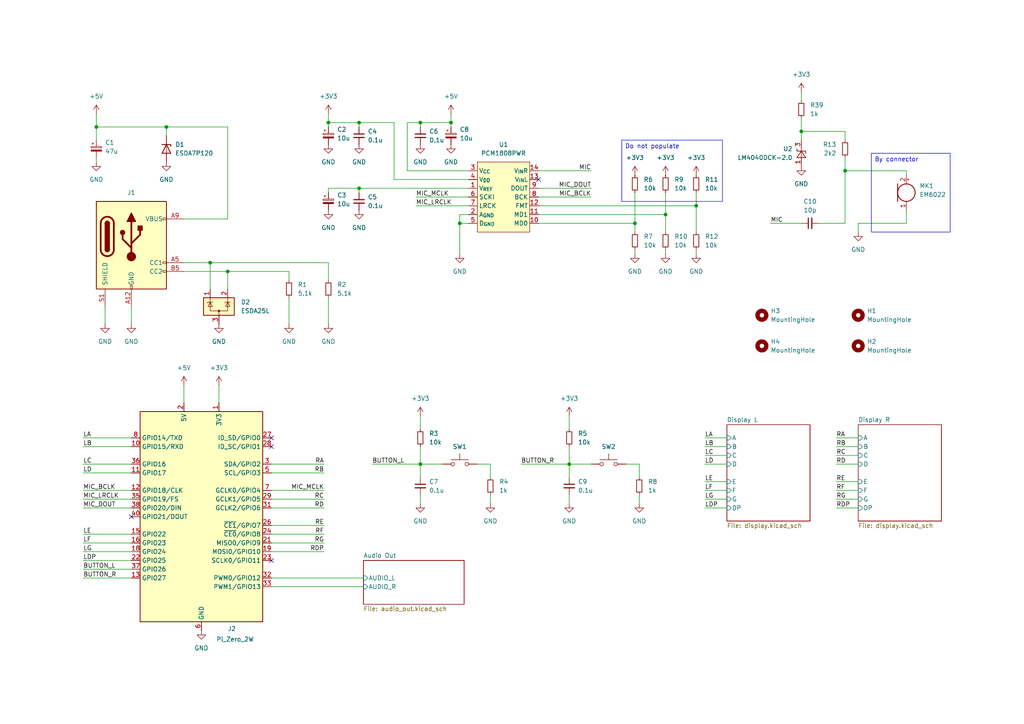
<source format=kicad_sch>
(kicad_sch (version 20250114) (generator "eeschema") (generator_version "9.0")
  (paper "A4")
  (title_block (title "Hotline") (date "2025-02-26") (rev "1"))
  (lib_symbols
    (symbol "Connector:USB_C_Receptacle_PowerOnly_24P" (pin_names (offset 1.016))
      (property "Reference" "J" (at 0 16.51 0))
      (property "Value" "USB_C_Receptacle_PowerOnly_24P" (at 0 13.97 0))
      (symbol "USB_C_Receptacle_PowerOnly_24P_0_0"
        (rectangle (start -0.254 -12.7) (end 0.254 -11.684))
        (rectangle (start 10.16 7.874) (end 9.144 7.366))
        (rectangle (start 10.16 -4.826) (end 9.144 -5.334))
        (rectangle (start 10.16 -7.366) (end 9.144 -7.874))
      )
      (symbol "USB_C_Receptacle_PowerOnly_24P_0_1"
        (rectangle (start -10.16 12.7) (end 10.16 -12.7) (stroke (width 0.254)) (fill (type background)))
        (polyline (pts (xy -8.89 -1.27) (xy -8.89 6.35)) (stroke (width 0.508)))
        (rectangle (start -7.62 -1.27) (end -6.35 6.35) (stroke (width 0.254)) (fill (type outline)))
        (arc (start -7.62 6.35) (mid -6.985 6.9823) (end -6.35 6.35) (stroke (width 0.254)))
        (arc (start -7.62 6.35) (mid -6.985 6.9823) (end -6.35 6.35) (stroke (width 0.254)) (fill (type outline)))
        (arc (start -8.89 6.35) (mid -6.985 8.2467) (end -5.08 6.35) (stroke (width 0.508)))
        (arc (start -5.08 -1.27) (mid -6.985 -3.1667) (end -8.89 -1.27) (stroke (width 0.508)))
        (arc (start -6.35 -1.27) (mid -6.985 -1.9023) (end -7.62 -1.27) (stroke (width 0.254)))
        (arc (start -6.35 -1.27) (mid -6.985 -1.9023) (end -7.62 -1.27) (stroke (width 0.254)) (fill (type outline)))
        (polyline (pts (xy -5.08 6.35) (xy -5.08 -1.27)) (stroke (width 0.508)))
        (circle (center -2.54 3.683) (radius 0.635) (stroke (width 0.254)) (fill (type outline)))
        (polyline (pts (xy -1.27 6.858) (xy 0 9.398) (xy 1.27 6.858) (xy -1.27 6.858)) (stroke (width 0.254)) (fill (type outline)))
        (polyline (pts (xy 0 0.508) (xy 2.54 3.048) (xy 2.54 4.318)) (stroke (width 0.508)))
        (polyline (pts (xy 0 -0.762) (xy -2.54 1.778) (xy -2.54 3.048)) (stroke (width 0.508)))
        (polyline (pts (xy 0 -3.302) (xy 0 6.858)) (stroke (width 0.508)))
        (circle (center 0 -3.302) (radius 1.27) (fill (type outline)))
        (rectangle (start 1.905 4.318) (end 3.175 5.588) (stroke (width 0.254)) (fill (type outline)))
      )
      (symbol "USB_C_Receptacle_PowerOnly_24P_1_1"
        (pin passive line (at -7.62 -17.78 90) (length 5.08) (name "SHIELD") (number "S1"))
        (pin passive line (at 0 -17.78 90) (length 5.08) (hide yes) (name "GND") (number "A1"))
        (pin power_in line (at 0 -17.78 90) (length 5.08) (name "GND") (number "A12"))
        (pin passive line (at 0 -17.78 90) (length 5.08) (hide yes) (name "GND") (number "B1"))
        (pin passive line (at 0 -17.78 90) (length 5.08) (hide yes) (name "GND") (number "B12"))
        (pin passive line (at 15.24 7.62 180) (length 5.08) (hide yes) (name "VBUS") (number "A4"))
        (pin power_in line (at 15.24 7.62 180) (length 5.08) (name "VBUS") (number "A9"))
        (pin passive line (at 15.24 7.62 180) (length 5.08) (hide yes) (name "VBUS") (number "B4"))
        (pin passive line (at 15.24 7.62 180) (length 5.08) (hide yes) (name "VBUS") (number "B9"))
        (pin bidirectional line (at 15.24 -5.08 180) (length 5.08) (name "CC1") (number "A5"))
        (pin bidirectional line (at 15.24 -7.62 180) (length 5.08) (name "CC2") (number "B5"))
      )
    )
    (symbol "Device:C_Polarized_Small" (pin_numbers (hide yes)) (pin_names (offset 0.254) (hide yes))
      (property "Reference" "C" (at 0.254 1.778 0))
      (property "Value" "C_Polarized_Small" (at 0.254 -2.032 0))
      (symbol "C_Polarized_Small_0_1"
        (rectangle (start -1.524 0.6858) (end 1.524 0.3048))
        (rectangle (start -1.524 -0.3048) (end 1.524 -0.6858) (fill (type outline)))
        (polyline (pts (xy -1.27 1.524) (xy -0.762 1.524)))
        (polyline (pts (xy -1.016 1.27) (xy -1.016 1.778)))
      )
      (symbol "C_Polarized_Small_1_1"
        (pin passive line (at 0 2.54 270) (length 1.8542) (name "~") (number "1"))
        (pin passive line (at 0 -2.54 90) (length 1.8542) (name "~") (number "2"))
      )
    )
    (symbol "Device:C_Small" (pin_numbers (hide yes)) (pin_names (offset 0.254) (hide yes))
      (property "Reference" "C" (at 0.254 1.778 0))
      (property "Value" "C_Small" (at 0.254 -2.032 0))
      (symbol "C_Small_0_1"
        (polyline (pts (xy -1.524 0.508) (xy 1.524 0.508)) (stroke (width 0.3048)))
        (polyline (pts (xy -1.524 -0.508) (xy 1.524 -0.508)) (stroke (width 0.3302)))
      )
      (symbol "C_Small_1_1"
        (pin passive line (at 0 2.54 270) (length 2.032) (name "~") (number "1"))
        (pin passive line (at 0 -2.54 90) (length 2.032) (name "~") (number "2"))
      )
    )
    (symbol "Device:D_Zener" (pin_numbers (hide yes)) (pin_names (offset 1.016) (hide yes))
      (property "Reference" "D" (at 0 2.54 0))
      (property "Value" "D_Zener" (at 0 -2.54 0))
      (symbol "D_Zener_0_1"
        (polyline (pts (xy -1.27 -1.27) (xy -1.27 1.27) (xy -0.762 1.27)) (stroke (width 0.254)))
        (polyline (pts (xy 1.27 0) (xy -1.27 0)))
        (polyline (pts (xy 1.27 -1.27) (xy 1.27 1.27) (xy -1.27 0) (xy 1.27 -1.27)) (stroke (width 0.254)))
      )
      (symbol "D_Zener_1_1"
        (pin passive line (at -3.81 0 0) (length 2.54) (name "K") (number "1"))
        (pin passive line (at 3.81 0 180) (length 2.54) (name "A") (number "2"))
      )
    )
    (symbol "Device:Microphone" (pin_names (offset 0.0254) (hide yes))
      (property "Reference" "MK" (at -3.81 1.27 0))
      (property "Value" "Microphone" (at -3.81 -0.635 0))
      (symbol "Microphone_0_1"
        (polyline (pts (xy -2.54 2.54) (xy -2.54 -2.54)) (stroke (width 0.254)))
        (circle (center 0 0) (radius 2.54) (stroke (width 0.254)))
        (polyline (pts (xy 0.254 3.81) (xy 0.762 3.81)))
        (polyline (pts (xy 0.508 4.064) (xy 0.508 3.556)))
      )
      (symbol "Microphone_1_1"
        (pin passive line (at 0 5.08 270) (length 2.54) (name "+") (number "2"))
        (pin passive line (at 0 -5.08 90) (length 2.54) (name "-") (number "1"))
      )
    )
    (symbol "Device:R_Small" (pin_numbers (hide yes)) (pin_names (offset 0.254) (hide yes))
      (property "Reference" "R" (at 0.762 0.508 0))
      (property "Value" "R_Small" (at 0.762 -1.016 0))
      (symbol "R_Small_0_1"
        (rectangle (start -0.762 1.778) (end 0.762 -1.778) (stroke (width 0.2032)))
      )
      (symbol "R_Small_1_1"
        (pin passive line (at 0 2.54 270) (length 0.762) (name "~") (number "1"))
        (pin passive line (at 0 -2.54 90) (length 0.762) (name "~") (number "2"))
      )
    )
    (symbol "Mechanical:MountingHole" (pin_names (offset 1.016)) (exclude_from_sim yes) (in_bom no)
      (property "Reference" "H" (at 0 5.08 0))
      (property "Value" "MountingHole" (at 0 3.175 0))
      (symbol "MountingHole_0_1"
        (circle (center 0 0) (radius 1.27) (stroke (width 1.27)))
      )
    )
    (symbol "Power_Protection:ESDA5V3L" (pin_names (hide yes))
      (property "Reference" "D" (at 5.715 2.54 0))
      (property "Value" "ESDA5V3L" (at 5.715 0.635 0))
      (symbol "ESDA5V3L_0_0"
        (pin passive line (at 0 -5.08 90) (length 2.54) (name "A") (number "3"))
      )
      (symbol "ESDA5V3L_0_1"
        (rectangle (start -4.445 2.54) (end 4.445 -2.54) (stroke (width 0.254)) (fill (type background)))
        (polyline (pts (xy -3.302 1.016) (xy -3.302 1.27) (xy -1.905 1.27) (xy -1.778 1.27)))
        (polyline (pts (xy -2.54 2.54) (xy -2.54 1.27)))
        (polyline (pts (xy -2.54 1.27) (xy -2.54 -1.27) (xy 2.54 -1.27) (xy 2.54 1.27)))
        (polyline (pts (xy -2.54 1.27) (xy -1.905 0) (xy -3.175 0) (xy -2.54 1.27)))
        (polyline (pts (xy 0 -1.27) (xy 0 -2.54)))
        (circle (center 0 -1.27) (radius 0.254) (fill (type outline)))
        (polyline (pts (xy 1.778 1.016) (xy 1.778 1.27) (xy 3.175 1.27) (xy 3.302 1.27)))
        (polyline (pts (xy 2.54 2.54) (xy 2.54 1.27)))
        (polyline (pts (xy 2.54 1.27) (xy 1.905 0) (xy 3.175 0) (xy 2.54 1.27)))
      )
      (symbol "ESDA5V3L_1_1"
        (pin passive line (at -2.54 5.08 270) (length 2.54) (name "K") (number "1"))
        (pin passive line (at 2.54 5.08 270) (length 2.54) (name "K") (number "2"))
      )
    )
    (symbol "Reference_Voltage:LM4040DCK-2.0" (pin_names (offset 0.0254) (hide yes))
      (property "Reference" "U" (at 0 2.54 0))
      (property "Value" "LM4040DCK-2.0" (at 0 -3.175 0))
      (symbol "LM4040DCK-2.0_0_1"
        (polyline (pts (xy -1.27 0) (xy 0 0) (xy 1.27 0)))
        (polyline (pts (xy -1.27 -1.27) (xy 0.635 0) (xy -1.27 1.27) (xy -1.27 -1.27)) (stroke (width 0.2032)))
        (polyline (pts (xy 0 -1.27) (xy 0.635 -1.27) (xy 0.635 1.27) (xy 1.27 1.27)) (stroke (width 0.2032)))
      )
      (symbol "LM4040DCK-2.0_1_1"
        (pin passive line (at -3.81 0 0) (length 2.54) (name "A") (number "1"))
        (pin no_connect line (at -1.27 0 0) (length 2.54) (hide yes) (name "NC") (number "2"))
        (pin no_connect line (at 0 0 0) (length 2.54) (hide yes) (name "NC") (number "4"))
        (pin no_connect line (at 1.27 0 0) (length 2.54) (hide yes) (name "NC") (number "5"))
        (pin passive line (at 3.81 0 180) (length 2.54) (name "K") (number "3"))
      )
    )
    (symbol "Switch:SW_Push" (pin_numbers (hide yes)) (pin_names (offset 1.016) (hide yes))
      (property "Reference" "SW" (at 1.27 2.54 0))
      (property "Value" "SW_Push" (at 0 -1.524 0))
      (symbol "SW_Push_0_1"
        (circle (center -2.032 0) (radius 0.508))
        (polyline (pts (xy 0 1.27) (xy 0 3.048)))
        (circle (center 2.032 0) (radius 0.508))
        (polyline (pts (xy 2.54 1.27) (xy -2.54 1.27)))
        (pin passive line (at -5.08 0 0) (length 2.54) (name "1") (number "1"))
        (pin passive line (at 5.08 0 180) (length 2.54) (name "2") (number "2"))
      )
    )
    (symbol "hotline_symbols:PCM1808PWR"
      (property "Reference" "U" (at -6.096 14.224 0))
      (property "Value" "PCM1808PWR" (at -0.254 11.684 0))
      (symbol "PCM1808PWR_1_1"
        (rectangle (start -7.62 10.16) (end 7.62 -10.16) (fill (type background)))
        (pin passive line (at -10.16 7.62 0) (length 2.54) (name "V_{CC}") (number "3"))
        (pin passive line (at -10.16 5.08 0) (length 2.54) (name "V_{DD}") (number "4"))
        (pin passive line (at -10.16 2.54 0) (length 2.54) (name "V_{REF}") (number "1"))
        (pin passive line (at -10.16 0 0) (length 2.54) (name "SCKI") (number "6"))
        (pin passive line (at -10.16 -2.54 0) (length 2.54) (name "LRCK") (number "7"))
        (pin passive line (at -10.16 -5.08 0) (length 2.54) (name "A_{GND}") (number "2"))
        (pin passive line (at -10.16 -7.62 0) (length 2.54) (name "D_{GND}") (number "5"))
        (pin passive line (at 10.16 7.62 180) (length 2.54) (name "V_{IN}R") (number "14"))
        (pin passive line (at 10.16 5.08 180) (length 2.54) (name "V_{IN}L") (number "13"))
        (pin passive line (at 10.16 2.54 180) (length 2.54) (name "DOUT") (number "9"))
        (pin passive line (at 10.16 0 180) (length 2.54) (name "BCK") (number "8"))
        (pin passive line (at 10.16 -2.54 180) (length 2.54) (name "FMT") (number "12"))
        (pin passive line (at 10.16 -5.08 180) (length 2.54) (name "MD1") (number "11"))
        (pin passive line (at 10.16 -7.62 180) (length 2.54) (name "MD0") (number "10"))
      )
    )
    (symbol "hotline_symbols:Pi_Zero_2W"
      (property "Reference" "J" (at -17.78 31.75 0))
      (property "Value" "Pi_Zero_2W" (at 10.16 -31.75 0))
      (symbol "Pi_Zero_2W_0_1"
        (rectangle (start -17.78 30.48) (end 17.78 -30.48) (stroke (width 0.254)) (fill (type background)))
      )
      (symbol "Pi_Zero_2W_1_1"
        (pin bidirectional line (at -20.32 22.86 0) (length 2.54) (name "GPIO14/TXD") (number "8"))
        (pin bidirectional line (at -20.32 20.32 0) (length 2.54) (name "GPIO15/RXD") (number "10"))
        (pin bidirectional line (at -20.32 15.24 0) (length 2.54) (name "GPIO16") (number "36"))
        (pin bidirectional line (at -20.32 12.7 0) (length 2.54) (name "GPIO17") (number "11"))
        (pin bidirectional line (at -20.32 7.62 0) (length 2.54) (name "GPIO18/CLK") (number "12"))
        (pin bidirectional line (at -20.32 5.08 0) (length 2.54) (name "GPIO19/FS") (number "35"))
        (pin bidirectional line (at -20.32 2.54 0) (length 2.54) (name "GPIO20/DIN") (number "38"))
        (pin bidirectional line (at -20.32 0 0) (length 2.54) (name "GPIO21/DOUT") (number "40"))
        (pin bidirectional line (at -20.32 -5.08 0) (length 2.54) (name "GPIO22") (number "15"))
        (pin bidirectional line (at -20.32 -7.62 0) (length 2.54) (name "GPIO23") (number "16"))
        (pin bidirectional line (at -20.32 -10.16 0) (length 2.54) (name "GPIO24") (number "18"))
        (pin bidirectional line (at -20.32 -12.7 0) (length 2.54) (name "GPIO25") (number "22"))
        (pin bidirectional line (at -20.32 -15.24 0) (length 2.54) (name "GPIO26") (number "37"))
        (pin bidirectional line (at -20.32 -17.78 0) (length 2.54) (name "GPIO27") (number "13"))
        (pin power_in line (at -5.08 33.02 270) (length 2.54) (name "5V") (number "2"))
        (pin passive line (at -5.08 33.02 270) (length 2.54) (hide yes) (name "5V") (number "4"))
        (pin passive line (at 0 -33.02 90) (length 2.54) (hide yes) (name "GND") (number "14"))
        (pin passive line (at 0 -33.02 90) (length 2.54) (hide yes) (name "GND") (number "20"))
        (pin passive line (at 0 -33.02 90) (length 2.54) (hide yes) (name "GND") (number "25"))
        (pin passive line (at 0 -33.02 90) (length 2.54) (hide yes) (name "GND") (number "30"))
        (pin passive line (at 0 -33.02 90) (length 2.54) (hide yes) (name "GND") (number "34"))
        (pin passive line (at 0 -33.02 90) (length 2.54) (hide yes) (name "GND") (number "39"))
        (pin power_in line (at 0 -33.02 90) (length 2.54) (name "GND") (number "6"))
        (pin passive line (at 0 -33.02 90) (length 2.54) (hide yes) (name "GND") (number "9"))
        (pin power_in line (at 5.08 33.02 270) (length 2.54) (name "3V3") (number "1"))
        (pin passive line (at 5.08 33.02 270) (length 2.54) (hide yes) (name "3V3") (number "17"))
        (pin bidirectional line (at 20.32 22.86 180) (length 2.54) (name "ID_SD/GPIO0") (number "27"))
        (pin bidirectional line (at 20.32 20.32 180) (length 2.54) (name "ID_SC/GPIO1") (number "28"))
        (pin bidirectional line (at 20.32 15.24 180) (length 2.54) (name "SDA/GPIO2") (number "3"))
        (pin bidirectional line (at 20.32 12.7 180) (length 2.54) (name "SCL/GPIO3") (number "5"))
        (pin bidirectional line (at 20.32 7.62 180) (length 2.54) (name "GCLK0/GPIO4") (number "7"))
        (pin bidirectional line (at 20.32 5.08 180) (length 2.54) (name "GCLK1/GPIO5") (number "29"))
        (pin bidirectional line (at 20.32 2.54 180) (length 2.54) (name "GCLK2/GPIO6") (number "31"))
        (pin bidirectional line (at 20.32 -2.54 180) (length 2.54) (name "~{CE1}/GPIO7") (number "26"))
        (pin bidirectional line (at 20.32 -5.08 180) (length 2.54) (name "~{CE0}/GPIO8") (number "24"))
        (pin bidirectional line (at 20.32 -7.62 180) (length 2.54) (name "MISO0/GPIO9") (number "21"))
        (pin bidirectional line (at 20.32 -10.16 180) (length 2.54) (name "MOSI0/GPIO10") (number "19"))
        (pin bidirectional line (at 20.32 -12.7 180) (length 2.54) (name "SCLK0/GPIO11") (number "23"))
        (pin bidirectional line (at 20.32 -17.78 180) (length 2.54) (name "PWM0/GPIO12") (number "32"))
        (pin bidirectional line (at 20.32 -20.32 180) (length 2.54) (name "PWM1/GPIO13") (number "33"))
      )
    )
    (symbol "power:+3V3" (power) (pin_numbers (hide yes)) (pin_names (offset 0) (hide yes))
      (property "Value" "+3V3" (at 0 3.556 0))
      (symbol "+3V3_0_1"
        (polyline (pts (xy -0.762 1.27) (xy 0 2.54)))
        (polyline (pts (xy 0 2.54) (xy 0.762 1.27)))
        (polyline (pts (xy 0 0) (xy 0 2.54)))
      )
      (symbol "+3V3_1_1"
        (pin power_in line (at 0 0 90) (length 0) (name "~") (number "1"))
      )
    )
    (symbol "power:+5V" (power) (pin_numbers (hide yes)) (pin_names (offset 0) (hide yes))
      (property "Value" "+5V" (at 0 3.556 0))
      (symbol "+5V_0_1"
        (polyline (pts (xy -0.762 1.27) (xy 0 2.54)))
        (polyline (pts (xy 0 2.54) (xy 0.762 1.27)))
        (polyline (pts (xy 0 0) (xy 0 2.54)))
      )
      (symbol "+5V_1_1"
        (pin power_in line (at 0 0 90) (length 0) (name "~") (number "1"))
      )
    )
    (symbol "power:GND" (power) (pin_numbers (hide yes)) (pin_names (offset 0) (hide yes))
      (property "Value" "GND" (at 0 -3.81 0))
      (symbol "GND_0_1"
        (polyline (pts (xy 0 0) (xy 0 -1.27) (xy 1.27 -1.27) (xy 0 -2.54) (xy -1.27 -1.27) (xy 0 -1.27)))
      )
      (symbol "GND_1_1"
        (pin power_in line (at 0 0 270) (length 0) (name "~") (number "1"))
      )
    )
  )
  (text_box "By connector" (at 252.73 44.45 0) (size 22.86 22.86) (margins 0.9525 0.9525 0.9525 0.9525) (effects (font (size 1.27 1.27)) (justify left top)))
  (text_box "Do not populate" (at 180.34 40.64 0) (size 29.21 17.78) (margins 0.9525 0.9525 0.9525 0.9525) (effects (font (size 1.27 1.27)) (justify left top)))
  (junction (at 48.26 36.83))
  (junction (at 104.14 35.56))
  (junction (at 232.41 38.1))
  (junction (at 121.92 134.62))
  (junction (at 133.35 64.77))
  (junction (at 193.04 62.23))
  (junction (at 121.92 35.56))
  (junction (at 104.14 54.61))
  (junction (at 95.25 35.56))
  (junction (at 245.11 49.53))
  (junction (at 66.04 78.74))
  (junction (at 60.96 76.2))
  (junction (at 201.93 59.69))
  (junction (at 130.81 35.56))
  (junction (at 184.15 64.77))
  (junction (at 27.94 36.83))
  (junction (at 165.1 134.62))
  (no_connect (at 156.21 52.07))
  (no_connect (at 78.74 162.56))
  (no_connect (at 78.74 127))
  (no_connect (at 38.1 149.86))
  (no_connect (at 78.74 129.54))
  (wire (pts (xy 63.5 111.76) (xy 63.5 116.84)))
  (wire (pts (xy 83.82 78.74) (xy 83.82 81.28)))
  (wire (pts (xy 185.42 143.51) (xy 185.42 146.05)))
  (wire (pts (xy 248.92 64.77) (xy 262.89 64.77)))
  (wire (pts (xy 248.92 64.77) (xy 248.92 67.31)))
  (wire (pts (xy 121.92 120.65) (xy 121.92 124.46)))
  (wire (pts (xy 133.35 64.77) (xy 135.89 64.77)))
  (wire (pts (xy 204.47 147.32) (xy 210.82 147.32)))
  (wire (pts (xy 156.21 59.69) (xy 201.93 59.69)))
  (wire (pts (xy 242.57 129.54) (xy 248.92 129.54)))
  (wire (pts (xy 223.52 64.77) (xy 232.41 64.77)))
  (wire (pts (xy 133.35 62.23) (xy 135.89 62.23)))
  (wire (pts (xy 138.43 134.62) (xy 142.24 134.62)))
  (wire (pts (xy 232.41 38.1) (xy 245.11 38.1)))
  (wire (pts (xy 24.13 127) (xy 38.1 127)))
  (wire (pts (xy 24.13 160.02) (xy 38.1 160.02)))
  (wire (pts (xy 165.1 129.54) (xy 165.1 134.62)))
  (wire (pts (xy 53.34 111.76) (xy 53.34 116.84)))
  (wire (pts (xy 165.1 120.65) (xy 165.1 124.46)))
  (wire (pts (xy 118.11 49.53) (xy 118.11 35.56)))
  (wire (pts (xy 181.61 134.62) (xy 185.42 134.62)))
  (wire (pts (xy 60.96 76.2) (xy 95.25 76.2)))
  (wire (pts (xy 204.47 139.7) (xy 210.82 139.7)))
  (wire (pts (xy 156.21 57.15) (xy 171.45 57.15)))
  (wire (pts (xy 237.49 64.77) (xy 245.11 64.77)))
  (wire (pts (xy 66.04 36.83) (xy 48.26 36.83)))
  (wire (pts (xy 114.3 52.07) (xy 114.3 35.56)))
  (wire (pts (xy 262.89 64.77) (xy 262.89 60.96)))
  (wire (pts (xy 78.74 160.02) (xy 93.98 160.02)))
  (wire (pts (xy 78.74 152.4) (xy 93.98 152.4)))
  (wire (pts (xy 107.95 134.62) (xy 121.92 134.62)))
  (wire (pts (xy 156.21 49.53) (xy 171.45 49.53)))
  (wire (pts (xy 165.1 143.51) (xy 165.1 146.05)))
  (wire (pts (xy 83.82 86.36) (xy 83.82 93.98)))
  (wire (pts (xy 60.96 76.2) (xy 60.96 83.82)))
  (wire (pts (xy 121.92 35.56) (xy 121.92 36.83)))
  (wire (pts (xy 204.47 144.78) (xy 210.82 144.78)))
  (wire (pts (xy 66.04 78.74) (xy 83.82 78.74)))
  (wire (pts (xy 24.13 167.64) (xy 38.1 167.64)))
  (wire (pts (xy 193.04 55.88) (xy 193.04 62.23)))
  (wire (pts (xy 121.92 134.62) (xy 128.27 134.62)))
  (wire (pts (xy 24.13 142.24) (xy 38.1 142.24)))
  (wire (pts (xy 78.74 147.32) (xy 93.98 147.32)))
  (wire (pts (xy 95.25 35.56) (xy 95.25 36.83)))
  (wire (pts (xy 78.74 144.78) (xy 93.98 144.78)))
  (wire (pts (xy 30.48 93.98) (xy 30.48 88.9)))
  (wire (pts (xy 165.1 134.62) (xy 171.45 134.62)))
  (wire (pts (xy 262.89 50.8) (xy 262.89 49.53)))
  (wire (pts (xy 48.26 36.83) (xy 48.26 39.37)))
  (wire (pts (xy 104.14 54.61) (xy 104.14 55.88)))
  (wire (pts (xy 193.04 72.39) (xy 193.04 73.66)))
  (wire (pts (xy 142.24 143.51) (xy 142.24 146.05)))
  (wire (pts (xy 38.1 93.98) (xy 38.1 88.9)))
  (wire (pts (xy 232.41 34.29) (xy 232.41 38.1)))
  (wire (pts (xy 121.92 129.54) (xy 121.92 134.62)))
  (wire (pts (xy 24.13 157.48) (xy 38.1 157.48)))
  (wire (pts (xy 78.74 167.64) (xy 105.41 167.64)))
  (wire (pts (xy 104.14 35.56) (xy 114.3 35.56)))
  (wire (pts (xy 204.47 134.62) (xy 210.82 134.62)))
  (wire (pts (xy 242.57 134.62) (xy 248.92 134.62)))
  (wire (pts (xy 121.92 134.62) (xy 121.92 138.43)))
  (wire (pts (xy 24.13 165.1) (xy 38.1 165.1)))
  (wire (pts (xy 104.14 36.83) (xy 104.14 35.56)))
  (wire (pts (xy 242.57 139.7) (xy 248.92 139.7)))
  (wire (pts (xy 142.24 134.62) (xy 142.24 138.43)))
  (wire (pts (xy 184.15 72.39) (xy 184.15 73.66)))
  (wire (pts (xy 104.14 35.56) (xy 95.25 35.56)))
  (wire (pts (xy 95.25 86.36) (xy 95.25 93.98)))
  (wire (pts (xy 156.21 54.61) (xy 171.45 54.61)))
  (wire (pts (xy 245.11 45.72) (xy 245.11 49.53)))
  (wire (pts (xy 245.11 64.77) (xy 245.11 49.53)))
  (wire (pts (xy 120.65 59.69) (xy 135.89 59.69)))
  (wire (pts (xy 201.93 55.88) (xy 201.93 59.69)))
  (wire (pts (xy 130.81 33.02) (xy 130.81 35.56)))
  (wire (pts (xy 133.35 73.66) (xy 133.35 64.77)))
  (wire (pts (xy 24.13 154.94) (xy 38.1 154.94)))
  (wire (pts (xy 201.93 59.69) (xy 201.93 67.31)))
  (wire (pts (xy 130.81 36.83) (xy 130.81 35.56)))
  (wire (pts (xy 24.13 129.54) (xy 38.1 129.54)))
  (wire (pts (xy 95.25 76.2) (xy 95.25 81.28)))
  (wire (pts (xy 156.21 62.23) (xy 193.04 62.23)))
  (wire (pts (xy 204.47 127) (xy 210.82 127)))
  (wire (pts (xy 95.25 54.61) (xy 95.25 55.88)))
  (wire (pts (xy 78.74 137.16) (xy 93.98 137.16)))
  (wire (pts (xy 66.04 63.5) (xy 66.04 36.83)))
  (wire (pts (xy 185.42 134.62) (xy 185.42 138.43)))
  (wire (pts (xy 27.94 36.83) (xy 27.94 40.64)))
  (wire (pts (xy 24.13 144.78) (xy 38.1 144.78)))
  (wire (pts (xy 242.57 132.08) (xy 248.92 132.08)))
  (wire (pts (xy 156.21 64.77) (xy 184.15 64.77)))
  (wire (pts (xy 151.13 134.62) (xy 165.1 134.62)))
  (wire (pts (xy 78.74 142.24) (xy 93.98 142.24)))
  (wire (pts (xy 118.11 35.56) (xy 121.92 35.56)))
  (wire (pts (xy 262.89 49.53) (xy 245.11 49.53)))
  (wire (pts (xy 135.89 49.53) (xy 118.11 49.53)))
  (wire (pts (xy 78.74 134.62) (xy 93.98 134.62)))
  (wire (pts (xy 53.34 63.5) (xy 66.04 63.5)))
  (wire (pts (xy 135.89 52.07) (xy 114.3 52.07)))
  (wire (pts (xy 53.34 78.74) (xy 66.04 78.74)))
  (wire (pts (xy 27.94 36.83) (xy 48.26 36.83)))
  (wire (pts (xy 232.41 26.67) (xy 232.41 29.21)))
  (wire (pts (xy 204.47 129.54) (xy 210.82 129.54)))
  (wire (pts (xy 201.93 72.39) (xy 201.93 73.66)))
  (wire (pts (xy 133.35 64.77) (xy 133.35 62.23)))
  (wire (pts (xy 130.81 35.56) (xy 121.92 35.56)))
  (wire (pts (xy 184.15 55.88) (xy 184.15 64.77)))
  (wire (pts (xy 120.65 57.15) (xy 135.89 57.15)))
  (wire (pts (xy 245.11 38.1) (xy 245.11 40.64)))
  (wire (pts (xy 104.14 54.61) (xy 135.89 54.61)))
  (wire (pts (xy 95.25 54.61) (xy 104.14 54.61)))
  (wire (pts (xy 165.1 134.62) (xy 165.1 138.43)))
  (wire (pts (xy 242.57 144.78) (xy 248.92 144.78)))
  (wire (pts (xy 242.57 147.32) (xy 248.92 147.32)))
  (wire (pts (xy 242.57 142.24) (xy 248.92 142.24)))
  (wire (pts (xy 232.41 38.1) (xy 232.41 40.64)))
  (wire (pts (xy 27.94 33.02) (xy 27.94 36.83)))
  (wire (pts (xy 204.47 132.08) (xy 210.82 132.08)))
  (wire (pts (xy 27.94 45.72) (xy 27.94 46.99)))
  (wire (pts (xy 242.57 127) (xy 248.92 127)))
  (wire (pts (xy 78.74 157.48) (xy 93.98 157.48)))
  (wire (pts (xy 95.25 33.02) (xy 95.25 35.56)))
  (wire (pts (xy 78.74 170.18) (xy 105.41 170.18)))
  (wire (pts (xy 193.04 62.23) (xy 193.04 67.31)))
  (wire (pts (xy 184.15 64.77) (xy 184.15 67.31)))
  (wire (pts (xy 24.13 162.56) (xy 38.1 162.56)))
  (wire (pts (xy 121.92 143.51) (xy 121.92 146.05)))
  (wire (pts (xy 24.13 147.32) (xy 38.1 147.32)))
  (wire (pts (xy 66.04 78.74) (xy 66.04 83.82)))
  (wire (pts (xy 53.34 76.2) (xy 60.96 76.2)))
  (wire (pts (xy 24.13 137.16) (xy 38.1 137.16)))
  (wire (pts (xy 24.13 134.62) (xy 38.1 134.62)))
  (wire (pts (xy 78.74 154.94) (xy 93.98 154.94)))
  (wire (pts (xy 204.47 142.24) (xy 210.82 142.24)))
  (label "RB" (at 242.57 129.54 0))
  (label "MIC_MCLK" (at 93.98 142.24 180))
  (label "RD" (at 242.57 134.62 0))
  (label "RDP" (at 93.98 160.02 180))
  (label "LE" (at 24.13 154.94 0))
  (label "RF" (at 242.57 142.24 0))
  (label "RE" (at 242.57 139.7 0))
  (label "LC" (at 204.47 132.08 0))
  (label "LG" (at 24.13 160.02 0))
  (label "MIC_BCLK" (at 171.45 57.15 180))
  (label "LDP" (at 24.13 162.56 0))
  (label "BUTTON_R" (at 24.13 167.64 0))
  (label "LA" (at 24.13 127 0))
  (label "RDP" (at 242.57 147.32 0))
  (label "LB" (at 204.47 129.54 0))
  (label "BUTTON_L" (at 24.13 165.1 0))
  (label "LDP" (at 204.47 147.32 0))
  (label "RG" (at 242.57 144.78 0))
  (label "RD" (at 93.98 147.32 180))
  (label "RE" (at 93.98 152.4 180))
  (label "MIC_BCLK" (at 24.13 142.24 0))
  (label "MIC" (at 223.52 64.77 0))
  (label "RF" (at 93.98 154.94 180))
  (label "LG" (at 204.47 144.78 0))
  (label "LE" (at 204.47 139.7 0))
  (label "RC" (at 242.57 132.08 0))
  (label "LD" (at 24.13 137.16 0))
  (label "MIC_MCLK" (at 120.65 57.15 0))
  (label "MIC_DOUT" (at 171.45 54.61 180))
  (label "RG" (at 93.98 157.48 180))
  (label "LC" (at 24.13 134.62 0))
  (label "MIC_LRCLK" (at 24.13 144.78 0))
  (label "LB" (at 24.13 129.54 0))
  (label "LF" (at 24.13 157.48 0))
  (label "MIC" (at 171.45 49.53 180))
  (label "RC" (at 93.98 144.78 180))
  (label "BUTTON_L" (at 107.95 134.62 0))
  (label "RA" (at 93.98 134.62 180))
  (label "RB" (at 93.98 137.16 180))
  (label "MIC_DOUT" (at 24.13 147.32 0))
  (label "LD" (at 204.47 134.62 0))
  (label "RA" (at 242.57 127 0))
  (label "LF" (at 204.47 142.24 0))
  (label "LA" (at 204.47 127 0))
  (label "BUTTON_R" (at 151.13 134.62 0))
  (label "MIC_LRCLK" (at 120.65 59.69 0))
  (symbol (lib_id "Device:R_Small") (at 83.82 83.82 0) (unit 1)
    (property "Reference" "R1" (at 86.36 82.5499 0) (effects (justify left)))
    (property "Value" "5.1k" (at 86.36 85.0899 0) (effects (justify left)))
    (property "Footprint" "Resistor_SMD:R_0603_1608Metric_Pad0.98x0.95mm_HandSolder" (effects (hide yes)))
    (property "Description" "Resistor, small symbol" (effects (hide yes)))
  )
  (symbol (lib_id "power:GND") (at 130.81 41.91 0) (unit 1)
    (property "Reference" "#PWR021" (effects (hide yes)))
    (property "Value" "GND" (at 130.81 46.99 0))
    (property "Description" "Power symbol creates a global label with name \"GND\" , ground" (effects (hide yes)))
  )
  (symbol (lib_id "Device:R_Small") (at 165.1 127 0) (unit 1)
    (property "Reference" "R5" (at 167.64 125.7299 0) (effects (justify left)))
    (property "Value" "10k" (at 167.64 128.2699 0) (effects (justify left)))
    (property "Footprint" "Resistor_SMD:R_0603_1608Metric_Pad0.98x0.95mm_HandSolder" (effects (hide yes)))
    (property "Description" "Resistor, small symbol" (effects (hide yes)))
  )
  (symbol (lib_id "Device:C_Small") (at 104.14 39.37 0) (unit 1)
    (property "Reference" "C4" (at 106.68 38.1062 0) (effects (justify left)))
    (property "Value" "0.1u" (at 106.68 40.6462 0) (effects (justify left)))
    (property "Footprint" "Capacitor_SMD:C_0603_1608Metric_Pad1.08x0.95mm_HandSolder" (effects (hide yes)))
    (property "Description" "Unpolarized capacitor, small symbol" (effects (hide yes)))
  )
  (symbol (lib_id "power:GND") (at 95.25 41.91 0) (unit 1)
    (property "Reference" "#PWR012" (effects (hide yes)))
    (property "Value" "GND" (at 95.25 46.99 0))
    (property "Description" "Power symbol creates a global label with name \"GND\" , ground" (effects (hide yes)))
  )
  (symbol (lib_id "Device:R_Small") (at 184.15 53.34 0) (unit 1)
    (property "Reference" "R6" (at 186.69 52.0699 0) (effects (justify left)))
    (property "Value" "10k" (at 186.69 54.6099 0) (effects (justify left)))
    (property "Footprint" "Resistor_SMD:R_0603_1608Metric_Pad0.98x0.95mm_HandSolder" (effects (hide yes)))
    (property "Description" "Resistor, small symbol" (effects (hide yes)))
  )
  (symbol (lib_id "Connector:USB_C_Receptacle_PowerOnly_24P") (at 38.1 71.12 0) (unit 1)
    (property "Reference" "J1" (at 38.1 55.88 0))
    (property "Value" "USB_C_Receptacle_PowerOnly_24P" (effects (hide yes)))
    (property "Footprint" "Connector_USB:USB_C_Receptacle_HRO_TYPE-C-31-M-17" (effects (hide yes)))
    (property "Datasheet" "https://www.usb.org/sites/default/files/documents/usb_type-c.zip" (effects (hide yes)))
    (property "Description" "USB Power-Only 24P Type-C Receptacle connector" (effects (hide yes)))
  )
  (symbol (lib_id "Device:C_Small") (at 121.92 140.97 0) (unit 1)
    (property "Reference" "C7" (at 124.46 139.7062 0) (effects (justify left)))
    (property "Value" "0.1u" (at 124.46 142.2462 0) (effects (justify left)))
    (property "Footprint" "Capacitor_SMD:C_0603_1608Metric_Pad1.08x0.95mm_HandSolder" (effects (hide yes)))
    (property "Description" "Unpolarized capacitor, small symbol" (effects (hide yes)))
  )
  (symbol (lib_id "power:GND") (at 185.42 146.05 0) (unit 1)
    (property "Reference" "#PWR028" (effects (hide yes)))
    (property "Value" "GND" (at 185.42 151.13 0))
    (property "Description" "Power symbol creates a global label with name \"GND\" , ground" (effects (hide yes)))
  )
  (symbol (lib_id "Device:R_Small") (at 232.41 31.75 0) (unit 1)
    (property "Reference" "R39" (at 234.95 30.4799 0) (effects (justify left)))
    (property "Value" "1k" (at 234.95 33.0199 0) (effects (justify left)))
    (property "Footprint" "Resistor_SMD:R_0603_1608Metric_Pad0.98x0.95mm_HandSolder" (effects (hide yes)))
    (property "Description" "Resistor, small symbol" (effects (hide yes)))
  )
  (symbol (lib_id "Device:C_Small") (at 234.95 64.77 90) (unit 1)
    (property "Reference" "C10" (at 234.9563 58.42 90))
    (property "Value" "10p" (at 234.9563 60.96 90))
    (property "Footprint" "Capacitor_SMD:C_0603_1608Metric_Pad1.08x0.95mm_HandSolder" (effects (hide yes)))
    (property "Description" "Unpolarized capacitor, small symbol" (effects (hide yes)))
  )
  (symbol (lib_id "power:GND") (at 142.24 146.05 0) (unit 1)
    (property "Reference" "#PWR023" (effects (hide yes)))
    (property "Value" "GND" (at 142.24 151.13 0))
    (property "Description" "Power symbol creates a global label with name \"GND\" , ground" (effects (hide yes)))
  )
  (symbol (lib_id "power:GND") (at 58.42 182.88 0) (unit 1)
    (property "Reference" "#PWR07" (effects (hide yes)))
    (property "Value" "GND" (at 58.42 187.96 0))
    (property "Description" "Power symbol creates a global label with name \"GND\" , ground" (effects (hide yes)))
  )
  (symbol (lib_id "power:GND") (at 121.92 146.05 0) (unit 1)
    (property "Reference" "#PWR019" (effects (hide yes)))
    (property "Value" "GND" (at 121.92 151.13 0))
    (property "Description" "Power symbol creates a global label with name \"GND\" , ground" (effects (hide yes)))
  )
  (symbol (lib_id "power:GND") (at 184.15 73.66 0) (unit 1)
    (property "Reference" "#PWR027" (effects (hide yes)))
    (property "Value" "GND" (at 184.15 78.74 0))
    (property "Description" "Power symbol creates a global label with name \"GND\" , ground" (effects (hide yes)))
  )
  (symbol (lib_id "Device:R_Small") (at 121.92 127 0) (unit 1)
    (property "Reference" "R3" (at 124.46 125.7299 0) (effects (justify left)))
    (property "Value" "10k" (at 124.46 128.2699 0) (effects (justify left)))
    (property "Footprint" "Resistor_SMD:R_0603_1608Metric_Pad0.98x0.95mm_HandSolder" (effects (hide yes)))
    (property "Description" "Resistor, small symbol" (effects (hide yes)))
  )
  (symbol (lib_id "Device:R_Small") (at 185.42 140.97 0) (unit 1)
    (property "Reference" "R8" (at 187.96 139.6999 0) (effects (justify left)))
    (property "Value" "1k" (at 187.96 142.2399 0) (effects (justify left)))
    (property "Footprint" "Resistor_SMD:R_0603_1608Metric_Pad0.98x0.95mm_HandSolder" (effects (hide yes)))
    (property "Description" "Resistor, small symbol" (effects (hide yes)))
  )
  (symbol (lib_id "power:+3V3") (at 63.5 111.76 0) (unit 1)
    (property "Reference" "#PWR09" (effects (hide yes)))
    (property "Value" "+3V3" (at 63.5 106.68 0))
    (property "Description" "Power symbol creates a global label with name \"+3V3\"" (effects (hide yes)))
  )
  (symbol (lib_id "Device:C_Polarized_Small") (at 27.94 43.18 0) (unit 1)
    (property "Reference" "C1" (at 30.48 41.3638 0) (effects (justify left)))
    (property "Value" "47u" (at 30.48 43.9038 0) (effects (justify left)))
    (property "Footprint" "Capacitor_SMD:CP_Elec_6.3x7.7" (effects (hide yes)))
    (property "Description" "Polarized capacitor, small symbol" (effects (hide yes)))
  )
  (symbol (lib_id "power:GND") (at 232.41 48.26 0) (unit 1)
    (property "Reference" "#PWR034" (effects (hide yes)))
    (property "Value" "GND" (at 232.41 53.34 0))
    (property "Description" "Power symbol creates a global label with name \"GND\" , ground" (effects (hide yes)))
  )
  (symbol (lib_id "Device:D_Zener") (at 48.26 43.18 270) (unit 1)
    (property "Reference" "D1" (at 50.8 41.9099 90) (effects (justify left)))
    (property "Value" "ESDA7P120" (at 50.8 44.4499 90) (effects (justify left)))
    (property "Footprint" "Diode_SMD:D_0603_1608Metric_Pad1.05x0.95mm_HandSolder" (effects (hide yes)))
    (property "Description" "Zener diode" (effects (hide yes)))
  )
  (symbol (lib_id "power:GND") (at 95.25 93.98 0) (unit 1)
    (property "Reference" "#PWR014" (effects (hide yes)))
    (property "Value" "GND" (at 95.25 99.06 0))
    (property "Description" "Power symbol creates a global label with name \"GND\" , ground" (effects (hide yes)))
  )
  (symbol (lib_id "power:GND") (at 27.94 46.99 0) (unit 1)
    (property "Reference" "#PWR02" (effects (hide yes)))
    (property "Value" "GND" (at 27.94 52.07 0))
    (property "Description" "Power symbol creates a global label with name \"GND\" , ground" (effects (hide yes)))
  )
  (symbol (lib_id "Switch:SW_Push") (at 133.35 134.62 0) (unit 1)
    (property "Reference" "SW1" (at 133.35 129.54 0))
    (property "Value" "Left" (effects (hide yes)))
    (property "Footprint" "TerminalBlock_Phoenix:TerminalBlock_Phoenix_PT-1,5-2-5.0-H_1x02_P5.00mm_Horizontal" (effects (hide yes)))
    (property "Description" "Push button switch, generic, two pins" (effects (hide yes)))
  )
  (symbol (lib_id "power:+3V3") (at 201.93 50.8 0) (unit 1)
    (property "Reference" "#PWR031" (effects (hide yes)))
    (property "Value" "+3V3" (at 201.93 45.72 0))
    (property "Description" "Power symbol creates a global label with name \"+3V3\"" (effects (hide yes)))
  )
  (symbol (lib_id "hotline_symbols:PCM1808PWR") (at 146.05 57.15 0) (unit 1)
    (property "Reference" "U1" (at 146.05 41.91 0))
    (property "Value" "PCM1808PWR" (at 146.05 44.45 0))
    (property "Footprint" "Package_SO:TSSOP-14_4.4x5mm_P0.65mm" (effects (hide yes)))
  )
  (symbol (lib_id "power:+3V3") (at 165.1 120.65 0) (unit 1)
    (property "Reference" "#PWR024" (effects (hide yes)))
    (property "Value" "+3V3" (at 165.1 115.57 0))
    (property "Description" "Power symbol creates a global label with name \"+3V3\"" (effects (hide yes)))
  )
  (symbol (lib_id "power:+3V3") (at 121.92 120.65 0) (unit 1)
    (property "Reference" "#PWR018" (effects (hide yes)))
    (property "Value" "+3V3" (at 121.92 115.57 0))
    (property "Description" "Power symbol creates a global label with name \"+3V3\"" (effects (hide yes)))
  )
  (symbol (lib_id "power:GND") (at 95.25 60.96 0) (unit 1)
    (property "Reference" "#PWR013" (effects (hide yes)))
    (property "Value" "GND" (at 95.25 66.04 0))
    (property "Description" "Power symbol creates a global label with name \"GND\" , ground" (effects (hide yes)))
  )
  (symbol (lib_id "Device:R_Small") (at 193.04 69.85 0) (unit 1)
    (property "Reference" "R10" (at 195.58 68.5799 0) (effects (justify left)))
    (property "Value" "10k" (at 195.58 71.1199 0) (effects (justify left)))
    (property "Footprint" "Resistor_SMD:R_0603_1608Metric_Pad0.98x0.95mm_HandSolder" (effects (hide yes)))
    (property "Description" "Resistor, small symbol" (effects (hide yes)))
  )
  (symbol (lib_id "power:GND") (at 133.35 73.66 0) (unit 1)
    (property "Reference" "#PWR022" (effects (hide yes)))
    (property "Value" "GND" (at 133.35 78.74 0))
    (property "Description" "Power symbol creates a global label with name \"GND\" , ground" (effects (hide yes)))
  )
  (symbol (lib_id "Reference_Voltage:LM4040DCK-2.0") (at 232.41 44.45 90) (unit 1)
    (property "Reference" "U2" (at 229.87 43.1799 90) (effects (justify left)))
    (property "Value" "LM4040DCK-2.0" (at 229.87 45.7199 90) (effects (justify left)))
    (property "Footprint" "Package_TO_SOT_SMD:SOT-353_SC-70-5" (effects (hide yes)))
    (property "Datasheet" "http://www.ti.com/lit/ds/symlink/lm4040-n.pdf" (effects (hide yes)))
    (property "Description" "2.048V Precision Micropower Shunt Voltage Reference, SC-70" (effects (hide yes)))
  )
  (symbol (lib_id "Device:C_Small") (at 104.14 58.42 0) (unit 1)
    (property "Reference" "C5" (at 106.68 57.1562 0) (effects (justify left)))
    (property "Value" "0.1u" (at 106.68 59.6962 0) (effects (justify left)))
    (property "Footprint" "Capacitor_SMD:C_0603_1608Metric_Pad1.08x0.95mm_HandSolder" (effects (hide yes)))
    (property "Description" "Unpolarized capacitor, small symbol" (effects (hide yes)))
  )
  (symbol (lib_id "power:+5V") (at 53.34 111.76 0) (unit 1)
    (property "Reference" "#PWR06" (effects (hide yes)))
    (property "Value" "+5V" (at 53.34 106.68 0))
    (property "Description" "Power symbol creates a global label with name \"+5V\"" (effects (hide yes)))
  )
  (symbol (lib_id "Mechanical:MountingHole") (at 248.92 100.33 0) (unit 1) (exclude_from_sim yes) (in_bom no)
    (property "Reference" "H2" (at 251.46 99.0599 0) (effects (justify left)))
    (property "Value" "MountingHole" (at 251.46 101.5999 0) (effects (justify left)))
    (property "Description" "Mounting Hole without connection" (effects (hide yes)))
  )
  (symbol (lib_id "power:GND") (at 201.93 73.66 0) (unit 1)
    (property "Reference" "#PWR032" (effects (hide yes)))
    (property "Value" "GND" (at 201.93 78.74 0))
    (property "Description" "Power symbol creates a global label with name \"GND\" , ground" (effects (hide yes)))
  )
  (symbol (lib_id "power:GND") (at 165.1 146.05 0) (unit 1)
    (property "Reference" "#PWR025" (effects (hide yes)))
    (property "Value" "GND" (at 165.1 151.13 0))
    (property "Description" "Power symbol creates a global label with name \"GND\" , ground" (effects (hide yes)))
  )
  (symbol (lib_id "power:+3V3") (at 232.41 26.67 0) (unit 1)
    (property "Reference" "#PWR033" (effects (hide yes)))
    (property "Value" "+3V3" (at 232.41 21.59 0))
    (property "Description" "Power symbol creates a global label with name \"+3V3\"" (effects (hide yes)))
  )
  (symbol (lib_id "power:GND") (at 104.14 41.91 0) (unit 1)
    (property "Reference" "#PWR015" (effects (hide yes)))
    (property "Value" "GND" (at 104.14 46.99 0))
    (property "Description" "Power symbol creates a global label with name \"GND\" , ground" (effects (hide yes)))
  )
  (symbol (lib_id "Mechanical:MountingHole") (at 220.98 91.44 0) (unit 1) (exclude_from_sim yes) (in_bom no)
    (property "Reference" "H3" (at 223.52 90.1699 0) (effects (justify left)))
    (property "Value" "MountingHole" (at 223.52 92.7099 0) (effects (justify left)))
    (property "Description" "Mounting Hole without connection" (effects (hide yes)))
  )
  (symbol (lib_id "Device:C_Polarized_Small") (at 95.25 39.37 0) (unit 1)
    (property "Reference" "C2" (at 97.79 37.5538 0) (effects (justify left)))
    (property "Value" "10u" (at 97.79 40.0938 0) (effects (justify left)))
    (property "Footprint" "Capacitor_SMD:CP_Elec_4x5.7" (effects (hide yes)))
    (property "Description" "Polarized capacitor, small symbol" (effects (hide yes)))
  )
  (symbol (lib_id "power:+5V") (at 130.81 33.02 0) (unit 1)
    (property "Reference" "#PWR020" (effects (hide yes)))
    (property "Value" "+5V" (at 130.81 27.94 0))
    (property "Description" "Power symbol creates a global label with name \"+5V\"" (effects (hide yes)))
  )
  (symbol (lib_id "Device:R_Small") (at 201.93 69.85 0) (unit 1)
    (property "Reference" "R12" (at 204.47 68.5799 0) (effects (justify left)))
    (property "Value" "10k" (at 204.47 71.1199 0) (effects (justify left)))
    (property "Footprint" "Resistor_SMD:R_0603_1608Metric_Pad0.98x0.95mm_HandSolder" (effects (hide yes)))
    (property "Description" "Resistor, small symbol" (effects (hide yes)))
  )
  (symbol (lib_id "Mechanical:MountingHole") (at 220.98 100.33 0) (unit 1) (exclude_from_sim yes) (in_bom no)
    (property "Reference" "H4" (at 223.52 99.0599 0) (effects (justify left)))
    (property "Value" "MountingHole" (at 223.52 101.5999 0) (effects (justify left)))
    (property "Description" "Mounting Hole without connection" (effects (hide yes)))
  )
  (symbol (lib_id "power:GND") (at 104.14 60.96 0) (unit 1)
    (property "Reference" "#PWR016" (effects (hide yes)))
    (property "Value" "GND" (at 104.14 66.04 0))
    (property "Description" "Power symbol creates a global label with name \"GND\" , ground" (effects (hide yes)))
  )
  (symbol (lib_id "Switch:SW_Push") (at 176.53 134.62 0) (unit 1)
    (property "Reference" "SW2" (at 176.53 129.54 0))
    (property "Value" "Right" (effects (hide yes)))
    (property "Footprint" "TerminalBlock_Phoenix:TerminalBlock_Phoenix_PT-1,5-2-5.0-H_1x02_P5.00mm_Horizontal" (effects (hide yes)))
    (property "Description" "Push button switch, generic, two pins" (effects (hide yes)))
  )
  (symbol (lib_id "Device:Microphone") (at 262.89 55.88 0) (unit 1)
    (property "Reference" "MK1" (at 266.7 53.9114 0) (effects (justify left)))
    (property "Value" "EM6022" (at 266.7 56.4514 0) (effects (justify left)))
    (property "Footprint" "TerminalBlock_Phoenix:TerminalBlock_Phoenix_PT-1,5-2-5.0-H_1x02_P5.00mm_Horizontal" (effects (hide yes)))
    (property "Description" "Microphone" (effects (hide yes)))
  )
  (symbol (lib_id "Device:R_Small") (at 201.93 53.34 0) (unit 1)
    (property "Reference" "R11" (at 204.47 52.0699 0) (effects (justify left)))
    (property "Value" "10k" (at 204.47 54.6099 0) (effects (justify left)))
    (property "Footprint" "Resistor_SMD:R_0603_1608Metric_Pad0.98x0.95mm_HandSolder" (effects (hide yes)))
    (property "Description" "Resistor, small symbol" (effects (hide yes)))
  )
  (symbol (lib_id "Device:C_Small") (at 165.1 140.97 0) (unit 1)
    (property "Reference" "C9" (at 167.64 139.7062 0) (effects (justify left)))
    (property "Value" "0.1u" (at 167.64 142.2462 0) (effects (justify left)))
    (property "Footprint" "Capacitor_SMD:C_0603_1608Metric_Pad1.08x0.95mm_HandSolder" (effects (hide yes)))
    (property "Description" "Unpolarized capacitor, small symbol" (effects (hide yes)))
  )
  (symbol (lib_id "power:GND") (at 83.82 93.98 0) (unit 1)
    (property "Reference" "#PWR010" (effects (hide yes)))
    (property "Value" "GND" (at 83.82 99.06 0))
    (property "Description" "Power symbol creates a global label with name \"GND\" , ground" (effects (hide yes)))
  )
  (symbol (lib_id "hotline_symbols:Pi_Zero_2W") (at 58.42 149.86 0) (unit 1)
    (property "Reference" "J2" (at 66.04 182.372 0) (effects (justify left)))
    (property "Value" "Pi_Zero_2W" (at 62.738 185.42 0) (effects (justify left)))
    (property "Footprint" "Connector_PinHeader_2.54mm:PinHeader_2x20_P2.54mm_Vertical" (effects (hide yes)))
    (property "Datasheet" "https://www.raspberrypi.org/documentation/hardware/raspberrypi/schematics/rpi_SCH_3bplus_1p0_reduced.pdf" (effects (hide yes)))
    (property "Description" "Expansion header for Pi Zero 2W" (effects (hide yes)))
  )
  (symbol (lib_id "Device:C_Polarized_Small") (at 95.25 58.42 0) (unit 1)
    (property "Reference" "C3" (at 97.79 56.6038 0) (effects (justify left)))
    (property "Value" "10u" (at 97.79 59.1438 0) (effects (justify left)))
    (property "Footprint" "Capacitor_SMD:CP_Elec_4x5.7" (effects (hide yes)))
    (property "Description" "Polarized capacitor, small symbol" (effects (hide yes)))
  )
  (symbol (lib_id "power:+3V3") (at 95.25 33.02 0) (unit 1)
    (property "Reference" "#PWR011" (effects (hide yes)))
    (property "Value" "+3V3" (at 95.25 27.94 0))
    (property "Description" "Power symbol creates a global label with name \"+3V3\"" (effects (hide yes)))
  )
  (symbol (lib_id "Mechanical:MountingHole") (at 248.92 91.44 0) (unit 1) (exclude_from_sim yes) (in_bom no)
    (property "Reference" "H1" (at 251.46 90.1699 0) (effects (justify left)))
    (property "Value" "MountingHole" (at 251.46 92.7099 0) (effects (justify left)))
    (property "Description" "Mounting Hole without connection" (effects (hide yes)))
  )
  (symbol (lib_id "Device:R_Small") (at 193.04 53.34 0) (unit 1)
    (property "Reference" "R9" (at 195.58 52.0699 0) (effects (justify left)))
    (property "Value" "10k" (at 195.58 54.6099 0) (effects (justify left)))
    (property "Footprint" "Resistor_SMD:R_0603_1608Metric_Pad0.98x0.95mm_HandSolder" (effects (hide yes)))
    (property "Description" "Resistor, small symbol" (effects (hide yes)))
  )
  (symbol (lib_id "Device:R_Small") (at 245.11 43.18 0) (mirror y) (unit 1)
    (property "Reference" "R13" (at 242.57 41.9099 0) (effects (justify left)))
    (property "Value" "2k2" (at 242.57 44.4499 0) (effects (justify left)))
    (property "Footprint" "Resistor_SMD:R_0603_1608Metric_Pad0.98x0.95mm_HandSolder" (effects (hide yes)))
    (property "Description" "Resistor, small symbol" (effects (hide yes)))
  )
  (symbol (lib_id "Device:R_Small") (at 184.15 69.85 0) (unit 1)
    (property "Reference" "R7" (at 186.69 68.5799 0) (effects (justify left)))
    (property "Value" "10k" (at 186.69 71.1199 0) (effects (justify left)))
    (property "Footprint" "Resistor_SMD:R_0603_1608Metric_Pad0.98x0.95mm_HandSolder" (effects (hide yes)))
    (property "Description" "Resistor, small symbol" (effects (hide yes)))
  )
  (symbol (lib_id "power:+3V3") (at 184.15 50.8 0) (unit 1)
    (property "Reference" "#PWR026" (effects (hide yes)))
    (property "Value" "+3V3" (at 184.15 45.72 0))
    (property "Description" "Power symbol creates a global label with name \"+3V3\"" (effects (hide yes)))
  )
  (symbol (lib_id "Device:C_Small") (at 121.92 39.37 0) (unit 1)
    (property "Reference" "C6" (at 124.46 38.1062 0) (effects (justify left)))
    (property "Value" "0.1u" (at 124.46 40.6462 0) (effects (justify left)))
    (property "Footprint" "Capacitor_SMD:C_0603_1608Metric_Pad1.08x0.95mm_HandSolder" (effects (hide yes)))
    (property "Description" "Unpolarized capacitor, small symbol" (effects (hide yes)))
  )
  (symbol (lib_id "power:+3V3") (at 193.04 50.8 0) (unit 1)
    (property "Reference" "#PWR029" (effects (hide yes)))
    (property "Value" "+3V3" (at 193.04 45.72 0))
    (property "Description" "Power symbol creates a global label with name \"+3V3\"" (effects (hide yes)))
  )
  (symbol (lib_id "Device:R_Small") (at 95.25 83.82 0) (unit 1)
    (property "Reference" "R2" (at 97.79 82.5499 0) (effects (justify left)))
    (property "Value" "5.1k" (at 97.79 85.0899 0) (effects (justify left)))
    (property "Footprint" "Resistor_SMD:R_0603_1608Metric_Pad0.98x0.95mm_HandSolder" (effects (hide yes)))
    (property "Description" "Resistor, small symbol" (effects (hide yes)))
  )
  (symbol (lib_id "power:+5V") (at 27.94 33.02 0) (unit 1)
    (property "Reference" "#PWR01" (effects (hide yes)))
    (property "Value" "+5V" (at 27.94 27.94 0))
    (property "Description" "Power symbol creates a global label with name \"+5V\"" (effects (hide yes)))
  )
  (symbol (lib_id "power:GND") (at 121.92 41.91 0) (unit 1)
    (property "Reference" "#PWR017" (effects (hide yes)))
    (property "Value" "GND" (at 121.92 46.99 0))
    (property "Description" "Power symbol creates a global label with name \"GND\" , ground" (effects (hide yes)))
  )
  (symbol (lib_id "power:GND") (at 63.5 93.98 0) (unit 1)
    (property "Reference" "#PWR08" (effects (hide yes)))
    (property "Value" "GND" (at 63.5 99.06 0))
    (property "Description" "Power symbol creates a global label with name \"GND\" , ground" (effects (hide yes)))
  )
  (symbol (lib_id "power:GND") (at 30.48 93.98 0) (unit 1)
    (property "Reference" "#PWR03" (effects (hide yes)))
    (property "Value" "GND" (at 30.48 99.06 0))
    (property "Description" "Power symbol creates a global label with name \"GND\" , ground" (effects (hide yes)))
  )
  (symbol (lib_id "Device:R_Small") (at 142.24 140.97 0) (unit 1)
    (property "Reference" "R4" (at 144.78 139.6999 0) (effects (justify left)))
    (property "Value" "1k" (at 144.78 142.2399 0) (effects (justify left)))
    (property "Footprint" "Resistor_SMD:R_0603_1608Metric_Pad0.98x0.95mm_HandSolder" (effects (hide yes)))
    (property "Description" "Resistor, small symbol" (effects (hide yes)))
  )
  (symbol (lib_id "Device:C_Polarized_Small") (at 130.81 39.37 0) (unit 1)
    (property "Reference" "C8" (at 133.35 37.5538 0) (effects (justify left)))
    (property "Value" "10u" (at 133.35 40.0938 0) (effects (justify left)))
    (property "Footprint" "Capacitor_SMD:CP_Elec_4x5.7" (effects (hide yes)))
    (property "Description" "Polarized capacitor, small symbol" (effects (hide yes)))
  )
  (symbol (lib_id "power:GND") (at 38.1 93.98 0) (unit 1)
    (property "Reference" "#PWR04" (effects (hide yes)))
    (property "Value" "GND" (at 38.1 99.06 0))
    (property "Description" "Power symbol creates a global label with name \"GND\" , ground" (effects (hide yes)))
  )
  (symbol (lib_id "Power_Protection:ESDA5V3L") (at 63.5 88.9 0) (unit 1)
    (property "Reference" "D2" (at 69.85 87.6299 0) (effects (justify left)))
    (property "Value" "ESDA25L" (at 69.85 90.1699 0) (effects (justify left)))
    (property "Footprint" "Package_TO_SOT_SMD:SOT-23-3" (effects (hide yes)))
    (property "Datasheet" "https://www.st.com/resource/en/datasheet/esdal.pdf" (effects (hide yes)))
    (property "Description" "TVS Diode Array, 5.5V Standoff, 2 Channels, SOT23" (effects (hide yes)))
  )
  (symbol (lib_id "power:GND") (at 48.26 46.99 0) (unit 1)
    (property "Reference" "#PWR05" (effects (hide yes)))
    (property "Value" "GND" (at 48.26 52.07 0))
    (property "Description" "Power symbol creates a global label with name \"GND\" , ground" (effects (hide yes)))
  )
  (symbol (lib_id "power:GND") (at 193.04 73.66 0) (unit 1)
    (property "Reference" "#PWR030" (effects (hide yes)))
    (property "Value" "GND" (at 193.04 78.74 0))
    (property "Description" "Power symbol creates a global label with name \"GND\" , ground" (effects (hide yes)))
  )
  (symbol (lib_id "power:GND") (at 248.92 67.31 0) (unit 1)
    (property "Reference" "#PWR035" (effects (hide yes)))
    (property "Value" "GND" (at 248.92 72.39 0))
    (property "Description" "Power symbol creates a global label with name \"GND\" , ground" (effects (hide yes)))
  )
  (sheet (at 105.41 162.56) (size 29.21 12.7) (stroke (width 0.1524))
    (property "Sheetname" "Audio Out" (at 105.41 161.8484 0) (effects (justify left bottom)))
    (property "Sheetfile" "audio_out.kicad_sch" (at 105.41 175.8446 0) (effects (justify left top)))
    (pin "AUDIO_L" input (at 105.41 167.64 180))
    (pin "AUDIO_R" input (at 105.41 170.18 180))
  )
  (sheet (at 248.92 123.19) (size 24.13 27.94) (stroke (width 0.1524))
    (property "Sheetname" "Display R" (at 248.92 122.4784 0) (effects (justify left bottom)))
    (property "Sheetfile" "display.kicad_sch" (at 248.92 151.7146 0) (effects (justify left top)))
    (pin "A" input (at 248.92 127 180))
    (pin "B" input (at 248.92 129.54 180))
    (pin "C" input (at 248.92 132.08 180))
    (pin "D" input (at 248.92 134.62 180))
    (pin "DP" input (at 248.92 147.32 180))
    (pin "E" input (at 248.92 139.7 180))
    (pin "F" input (at 248.92 142.24 180))
    (pin "G" input (at 248.92 144.78 180))
  )
  (sheet (at 210.82 123.19) (size 24.13 27.94) (stroke (width 0.1524))
    (property "Sheetname" "Display L" (at 210.82 122.4784 0) (effects (justify left bottom)))
    (property "Sheetfile" "display.kicad_sch" (at 210.82 151.7146 0) (effects (justify left top)))
    (pin "A" input (at 210.82 127 180))
    (pin "B" input (at 210.82 129.54 180))
    (pin "C" input (at 210.82 132.08 180))
    (pin "D" input (at 210.82 134.62 180))
    (pin "DP" input (at 210.82 147.32 180))
    (pin "E" input (at 210.82 139.7 180))
    (pin "F" input (at 210.82 142.24 180))
    (pin "G" input (at 210.82 144.78 180))
  )
)
</source>
